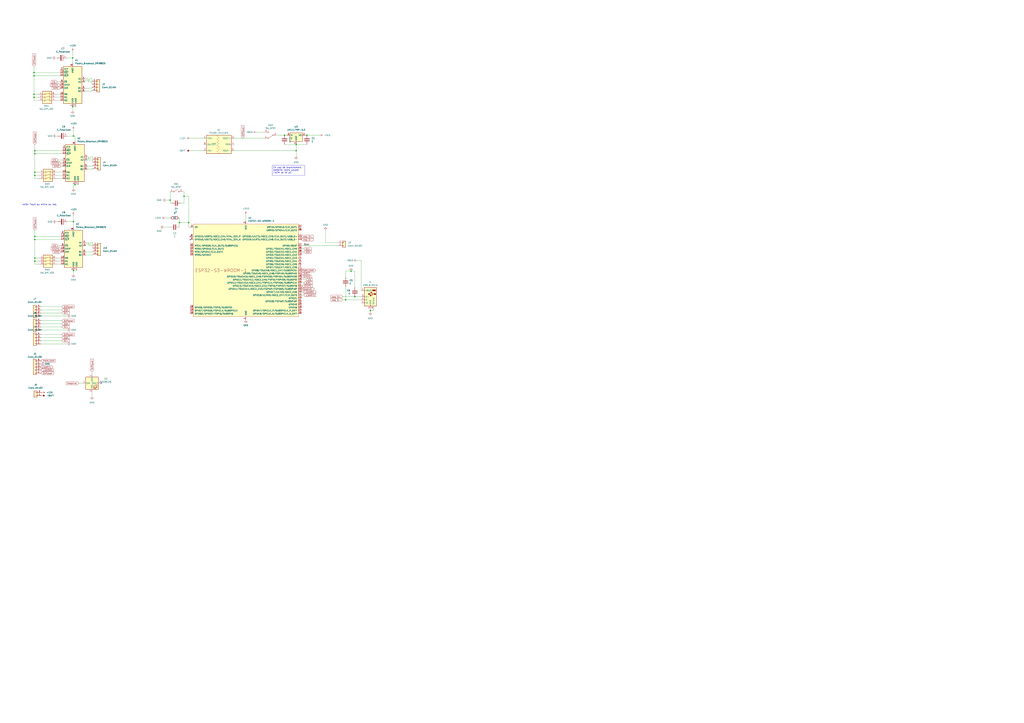
<source format=kicad_sch>
(kicad_sch (version 20230121) (generator eeschema)
  (paper "A1")
  (lib_symbols
    (symbol "Connector:USB_B_Micro" (pin_names (offset 1.016))
      (property "Reference" "J" (at -5.08 11.43 0))
      (property "Value" "USB_B_Micro" (at -5.08 8.89 0))
      (symbol "USB_B_Micro_0_1"
        (rectangle (start -5.08 -7.62) (end 5.08 7.62) (stroke (width 0.254)) (fill (type background)))
        (circle (center -3.81 2.159) (radius 0.635) (stroke (width 0.254)) (fill (type outline)))
        (circle (center -0.635 3.429) (radius 0.381) (stroke (width 0.254)) (fill (type outline)))
        (rectangle (start -0.127 -7.62) (end 0.127 -6.858))
        (polyline (pts (xy -1.905 2.159) (xy 0.635 2.159)) (stroke (width 0.254)))
        (polyline (pts (xy -3.175 2.159) (xy -2.54 2.159) (xy -1.27 3.429) (xy -0.635 3.429)) (stroke (width 0.254)))
        (polyline (pts (xy -2.54 2.159) (xy -1.905 2.159) (xy -1.27 0.889) (xy 0 0.889)) (stroke (width 0.254)))
        (polyline (pts (xy 0.635 2.794) (xy 0.635 1.524) (xy 1.905 2.159) (xy 0.635 2.794)) (stroke (width 0.254)) (fill (type outline)))
        (polyline (pts (xy -4.318 5.588) (xy -1.778 5.588) (xy -2.032 4.826) (xy -4.064 4.826) (xy -4.318 5.588)) (fill (type outline)))
        (polyline (pts (xy -4.699 5.842) (xy -4.699 5.588) (xy -4.445 4.826) (xy -4.445 4.572) (xy -1.651 4.572) (xy -1.651 4.826) (xy -1.397 5.588) (xy -1.397 5.842) (xy -4.699 5.842)))
        (rectangle (start 0.254 1.27) (end -0.508 0.508) (stroke (width 0.254)) (fill (type outline)))
        (rectangle (start 5.08 -5.207) (end 4.318 -4.953))
        (rectangle (start 5.08 -2.667) (end 4.318 -2.413))
        (rectangle (start 5.08 -0.127) (end 4.318 0.127))
        (rectangle (start 5.08 4.953) (end 4.318 5.207))
      )
      (symbol "USB_B_Micro_1_1"
        (pin power_out line (at 7.62 5.08 180) (length 2.54) (name "VBUS") (number "1"))
        (pin bidirectional line (at 7.62 -2.54 180) (length 2.54) (name "D-") (number "2"))
        (pin bidirectional line (at 7.62 0 180) (length 2.54) (name "D+") (number "3"))
        (pin passive line (at 7.62 -5.08 180) (length 2.54) (name "ID") (number "4"))
        (pin power_out line (at 0 -10.16 90) (length 2.54) (name "GND") (number "5"))
        (pin passive line (at -2.54 -10.16 90) (length 2.54) (name "Shield") (number "6"))
      )
    )
    (symbol "Connector_Generic:Conn_01x02" (pin_names (offset 1.016) hide)
      (property "Reference" "J" (at 0 2.54 0))
      (property "Value" "Conn_01x02" (at 0 -5.08 0))
      (symbol "Conn_01x02_1_1"
        (rectangle (start -1.27 -2.413) (end 0 -2.667) (stroke (width 0.1524)))
        (rectangle (start -1.27 0.127) (end 0 -0.127) (stroke (width 0.1524)))
        (rectangle (start -1.27 1.27) (end 1.27 -3.81) (stroke (width 0.254)) (fill (type background)))
        (pin passive line (at -5.08 0 0) (length 3.81) (name "Pin_1") (number "1"))
        (pin passive line (at -5.08 -2.54 0) (length 3.81) (name "Pin_2") (number "2"))
      )
    )
    (symbol "Connector_Generic:Conn_01x04" (pin_names (offset 1.016) hide)
      (property "Reference" "J" (at 0 5.08 0))
      (property "Value" "Conn_01x04" (at 0 -7.62 0))
      (symbol "Conn_01x04_1_1"
        (rectangle (start -1.27 -4.953) (end 0 -5.207) (stroke (width 0.1524)))
        (rectangle (start -1.27 -2.413) (end 0 -2.667) (stroke (width 0.1524)))
        (rectangle (start -1.27 0.127) (end 0 -0.127) (stroke (width 0.1524)))
        (rectangle (start -1.27 2.667) (end 0 2.413) (stroke (width 0.1524)))
        (rectangle (start -1.27 3.81) (end 1.27 -6.35) (stroke (width 0.254)) (fill (type background)))
        (pin passive line (at -5.08 2.54 0) (length 3.81) (name "Pin_1") (number "1"))
        (pin passive line (at -5.08 0 0) (length 3.81) (name "Pin_2") (number "2"))
        (pin passive line (at -5.08 -2.54 0) (length 3.81) (name "Pin_3") (number "3"))
        (pin passive line (at -5.08 -5.08 0) (length 3.81) (name "Pin_4") (number "4"))
      )
    )
    (symbol "Connector_Generic:Conn_01x05" (pin_names (offset 1.016) hide)
      (property "Reference" "J" (at 0 7.62 0))
      (property "Value" "Conn_01x05" (at 0 -7.62 0))
      (symbol "Conn_01x05_1_1"
        (rectangle (start -1.27 -4.953) (end 0 -5.207) (stroke (width 0.1524)))
        (rectangle (start -1.27 -2.413) (end 0 -2.667) (stroke (width 0.1524)))
        (rectangle (start -1.27 0.127) (end 0 -0.127) (stroke (width 0.1524)))
        (rectangle (start -1.27 2.667) (end 0 2.413) (stroke (width 0.1524)))
        (rectangle (start -1.27 5.207) (end 0 4.953) (stroke (width 0.1524)))
        (rectangle (start -1.27 6.35) (end 1.27 -6.35) (stroke (width 0.254)) (fill (type background)))
        (pin passive line (at -5.08 5.08 0) (length 3.81) (name "Pin_1") (number "1"))
        (pin passive line (at -5.08 2.54 0) (length 3.81) (name "Pin_2") (number "2"))
        (pin passive line (at -5.08 0 0) (length 3.81) (name "Pin_3") (number "3"))
        (pin passive line (at -5.08 -2.54 0) (length 3.81) (name "Pin_4") (number "4"))
        (pin passive line (at -5.08 -5.08 0) (length 3.81) (name "Pin_5") (number "5"))
      )
    )
    (symbol "Converter_DCDC:TEN20-2411WIN"
      (property "Reference" "U" (at -10.16 8.89 0))
      (property "Value" "TEN20-2411WIN" (at -3.81 8.89 0))
      (symbol "TEN20-2411WIN_0_1"
        (rectangle (start -10.16 7.62) (end 10.16 -7.62) (stroke (width 0.254)) (fill (type background)))
        (polyline (pts (xy -1.27 -5.08) (xy -1.27 -6.35)))
        (polyline (pts (xy -1.27 -2.54) (xy -1.27 -3.81)))
        (polyline (pts (xy -1.27 0) (xy -1.27 -1.27)))
        (polyline (pts (xy -1.27 2.54) (xy -1.27 1.27)))
        (polyline (pts (xy -1.27 5.08) (xy -1.27 3.81)))
        (polyline (pts (xy -1.27 7.62) (xy -1.27 6.35)))
        (polyline (pts (xy 0 -7.62) (xy 0 -6.35)))
        (polyline (pts (xy 0 -5.08) (xy 0 -3.81)))
        (polyline (pts (xy 0 -1.27) (xy 0 -2.54)))
        (polyline (pts (xy 0 0) (xy 0 1.27)))
        (polyline (pts (xy 0 2.54) (xy 0 3.81)))
        (polyline (pts (xy 0 5.08) (xy 0 6.35)))
      )
      (symbol "TEN20-2411WIN_1_1"
        (pin power_in line (at -12.7 5.08 0) (length 2.54) (name "VIN+") (number "1"))
        (pin power_in line (at -12.7 -5.08 0) (length 2.54) (name "VIN-") (number "2"))
        (pin power_out line (at 12.7 5.08 180) (length 2.54) (name "VOUT+") (number "3"))
        (pin passive line (at 12.7 0 180) (length 2.54) (name "TRIM") (number "4"))
        (pin power_out line (at 12.7 -5.08 180) (length 2.54) (name "VOUT-") (number "5"))
        (pin input line (at -12.7 0 0) (length 2.54) (name "ON/~{OFF}") (number "6"))
      )
    )
    (symbol "Device:C" (pin_numbers hide) (pin_names (offset 0.254))
      (property "Reference" "C" (at 0.635 2.54 0))
      (property "Value" "C" (at 0.635 -2.54 0))
      (symbol "C_0_1"
        (polyline (pts (xy -2.032 -0.762) (xy 2.032 -0.762)) (stroke (width 0.508)))
        (polyline (pts (xy -2.032 0.762) (xy 2.032 0.762)) (stroke (width 0.508)))
      )
      (symbol "C_1_1"
        (pin passive line (at 0 3.81 270) (length 2.794) (name "~") (number "1"))
        (pin passive line (at 0 -3.81 90) (length 2.794) (name "~") (number "2"))
      )
    )
    (symbol "Device:C_Polarized" (pin_numbers hide) (pin_names (offset 0.254))
      (property "Reference" "C" (at 0.635 2.54 0))
      (property "Value" "C_Polarized" (at 0.635 -2.54 0))
      (symbol "C_Polarized_0_1"
        (rectangle (start -2.286 0.508) (end 2.286 1.016))
        (polyline (pts (xy -1.778 2.286) (xy -0.762 2.286)))
        (polyline (pts (xy -1.27 2.794) (xy -1.27 1.778)))
        (rectangle (start 2.286 -0.508) (end -2.286 -1.016) (fill (type outline)))
      )
      (symbol "C_Polarized_1_1"
        (pin passive line (at 0 3.81 270) (length 2.794) (name "~") (number "1"))
        (pin passive line (at 0 -3.81 90) (length 2.794) (name "~") (number "2"))
      )
    )
    (symbol "Device:R" (pin_numbers hide) (pin_names (offset 0))
      (property "Reference" "R" (at 2.032 0 90))
      (property "Value" "R" (at 0 0 90))
      (symbol "R_0_1"
        (rectangle (start -1.016 -2.54) (end 1.016 2.54) (stroke (width 0.254)))
      )
      (symbol "R_1_1"
        (pin passive line (at 0 3.81 270) (length 1.27) (name "~") (number "1"))
        (pin passive line (at 0 -3.81 90) (length 1.27) (name "~") (number "2"))
      )
    )
    (symbol "Driver_Motor:Pololu_Breakout_DRV8825"
      (property "Reference" "A" (at -2.54 16.51 0))
      (property "Value" "Pololu_Breakout_DRV8825" (at -2.54 13.97 0))
      (symbol "Pololu_Breakout_DRV8825_0_1"
        (rectangle (start 7.62 -17.78) (end -7.62 12.7) (stroke (width 0.254)) (fill (type background)))
      )
      (symbol "Pololu_Breakout_DRV8825_1_1"
        (pin power_in line (at 0 -20.32 90) (length 2.54) (name "GND") (number "1"))
        (pin input line (at -10.16 -10.16 0) (length 2.54) (name "M0") (number "10"))
        (pin input line (at -10.16 -12.7 0) (length 2.54) (name "M1") (number "11"))
        (pin input line (at -10.16 -15.24 0) (length 2.54) (name "M2") (number "12"))
        (pin input line (at -10.16 7.62 0) (length 2.54) (name "~{RST}") (number "13"))
        (pin input line (at -10.16 5.08 0) (length 2.54) (name "~{SLP}") (number "14"))
        (pin input line (at -10.16 -2.54 0) (length 2.54) (name "STEP") (number "15"))
        (pin input line (at -10.16 -5.08 0) (length 2.54) (name "DIR") (number "16"))
        (pin output line (at -10.16 10.16 0) (length 2.54) (name "~{FLT}") (number "2"))
        (pin output line (at 10.16 0 180) (length 2.54) (name "A2") (number "3"))
        (pin output line (at 10.16 2.54 180) (length 2.54) (name "A1") (number "4"))
        (pin output line (at 10.16 -5.08 180) (length 2.54) (name "B1") (number "5"))
        (pin output line (at 10.16 -7.62 180) (length 2.54) (name "B2") (number "6"))
        (pin power_in line (at 2.54 -20.32 90) (length 2.54) (name "GND") (number "7"))
        (pin power_in line (at 0 15.24 270) (length 2.54) (name "VMOT") (number "8"))
        (pin input line (at -10.16 0 0) (length 2.54) (name "~{EN}") (number "9"))
      )
    )
    (symbol "ESP32:ESP32-S3-WROOM-1" (pin_names (offset 1.016))
      (property "Reference" "U" (at -43.18 43.18 0))
      (property "Value" "ESP32-S3-WROOM-1" (at -43.18 40.64 0))
      (symbol "ESP32-S3-WROOM-1_0_0"
        (text "ESP32-S3-WROOM-1" (at -20.32 0 0) (effects (font (size 2.54 2.54))))
        (pin power_in line (at 0 -40.64 90) (length 2.54) (name "GND") (number "1"))
        (pin bidirectional line (at 45.72 -17.78 180) (length 2.54) (name "GPIO17/U1TXD/ADC2_CH6") (number "10"))
        (pin bidirectional line (at 45.72 -20.32 180) (length 2.54) (name "GPIO18/U1RXD/ADC2_CH7/CLK_OUT3") (number "11"))
        (pin bidirectional line (at 45.72 0 180) (length 2.54) (name "GPIO8/TOUCH8/ADC1_CH7/SUBSPICS1") (number "12"))
        (pin bidirectional line (at 45.72 25.4 180) (length 2.54) (name "GPIO19/U1RTS/ADC2_CH8/CLK_OUT2/USB_D-") (number "13"))
        (pin bidirectional line (at 45.72 27.94 180) (length 2.54) (name "GPIO20/U1CTS/ADC2_CH9/CLK_OUT1/USB_D+") (number "14"))
        (pin bidirectional line (at 45.72 12.7 180) (length 2.54) (name "GPIO3/TOUCH3/ADC1_CH2") (number "15"))
        (pin bidirectional line (at 45.72 -30.48 180) (length 2.54) (name "GPIO46") (number "16"))
        (pin bidirectional line (at 45.72 -2.54 180) (length 2.54) (name "GPIO9/TOUCH9/ADC1_CH8/FSPIHD/SUBSPIHD") (number "17"))
        (pin bidirectional line (at 45.72 -5.08 180) (length 2.54) (name "GPIO10/TOUCH10/ADC1_CH9/FSPICS0/FSPIIO4/SUBSPICS0") (number "18"))
        (pin bidirectional line (at 45.72 -7.62 180) (length 2.54) (name "GPIO11/TOUCH11/ADC2_CH0/FSPID/FSPIIO5/SUBSPID") (number "19"))
        (pin power_in line (at 0 40.64 270) (length 2.54) (name "3V3") (number "2"))
        (pin bidirectional line (at 45.72 -10.16 180) (length 2.54) (name "GPIO12/TOUCH12/ADC2_CH1/FSPICLK/FSPIIO6/SUBSPICLK") (number "20"))
        (pin bidirectional line (at 45.72 -12.7 180) (length 2.54) (name "GPIO13/TOUCH13/ADC2_CH2/FSPIQ/FSPIIO7/SUBSPIQ") (number "21"))
        (pin bidirectional line (at 45.72 -15.24 180) (length 2.54) (name "GPIO14/TOUCH14/ADC2_CH3/FSPIWP/FSPIDQS/SUBSPIWP") (number "22"))
        (pin bidirectional line (at 45.72 -22.86 180) (length 2.54) (name "GPIO21") (number "23"))
        (pin bidirectional line (at 45.72 -33.02 180) (length 2.54) (name "GPIO47/SPICLK_P/SUBSPICLK_P_DIFF") (number "24"))
        (pin bidirectional line (at 45.72 -35.56 180) (length 2.54) (name "GPIO48/SPICLK_N/SUBSPICLK_N_DIFF") (number "25"))
        (pin bidirectional line (at 45.72 -27.94 180) (length 2.54) (name "GPIO45") (number "26"))
        (pin bidirectional line (at 45.72 20.32 180) (length 2.54) (name "GPIO0/BOOT") (number "27"))
        (pin bidirectional line (at -45.72 -30.48 0) (length 2.54) (name "SPIIO6/GPIO35/FSPID/SUBSPID") (number "28"))
        (pin bidirectional line (at -45.72 -33.02 0) (length 2.54) (name "SPIIO7/GPIO36/FSPICLK/SUBSPICLK") (number "29"))
        (pin input line (at -45.72 35.56 0) (length 2.54) (name "EN") (number "3"))
        (pin bidirectional line (at -45.72 -35.56 0) (length 2.54) (name "SPIDQS/GPIO37/FSPIQ/SUBSPIQ") (number "30"))
        (pin bidirectional line (at 45.72 -25.4 180) (length 2.54) (name "GPIO38/FSPIWP/SUBSPIWP") (number "31"))
        (pin bidirectional line (at -45.72 20.32 0) (length 2.54) (name "MTCK/GPIO39/CLK_OUT3/SUBSPICS1") (number "32"))
        (pin bidirectional line (at -45.72 17.78 0) (length 2.54) (name "MTDO/GPIO40/CLK_OUT2") (number "33"))
        (pin bidirectional line (at -45.72 15.24 0) (length 2.54) (name "MTDI/GPIO41/CLK_OUT1") (number "34"))
        (pin bidirectional line (at -45.72 12.7 0) (length 2.54) (name "MTMS/GPIO42") (number "35"))
        (pin bidirectional line (at 45.72 33.02 180) (length 2.54) (name "U0RXD/GPIO44/CLK_OUT2") (number "36"))
        (pin bidirectional line (at 45.72 35.56 180) (length 2.54) (name "U0TXD/GPIO43/CLK_OUT1") (number "37"))
        (pin bidirectional line (at 45.72 15.24 180) (length 2.54) (name "GPIO2/TOUCH2/ADC1_CH1") (number "38"))
        (pin bidirectional line (at 45.72 17.78 180) (length 2.54) (name "GPIO1/TOUCH1/ADC1_CH0") (number "39"))
        (pin bidirectional line (at 45.72 10.16 180) (length 2.54) (name "GPIO4/TOUCH4/ADC1_CH3") (number "4"))
        (pin passive line (at 0 -40.64 90) (length 2.54) hide (name "GND") (number "40"))
        (pin passive line (at 0 -40.64 90) (length 2.54) hide (name "GND") (number "41"))
        (pin bidirectional line (at 45.72 7.62 180) (length 2.54) (name "GPIO5/TOUCH5/ADC1_CH4") (number "5"))
        (pin bidirectional line (at 45.72 5.08 180) (length 2.54) (name "GPIO6/TOUCH6/ADC1_CH5") (number "6"))
        (pin bidirectional line (at 45.72 2.54 180) (length 2.54) (name "GPIO7/TOUCH7/ADC1_CH6") (number "7"))
        (pin bidirectional line (at -45.72 27.94 0) (length 2.54) (name "GPIO15/U0RTS/ADC2_CH4/XTAL_32K_P") (number "8"))
        (pin bidirectional line (at -45.72 25.4 0) (length 2.54) (name "GPIO16/U0CTS/ADC2_CH5/XTAL_32K_N") (number "9"))
      )
      (symbol "ESP32-S3-WROOM-1_0_1"
        (rectangle (start -43.18 38.1) (end 43.18 -38.1) (fill (type background)))
      )
    )
    (symbol "LED:WS2812B" (pin_names (offset 0.254))
      (property "Reference" "D" (at 5.08 5.715 0))
      (property "Value" "WS2812B" (at 1.27 -5.715 0))
      (symbol "WS2812B_0_0"
        (text "RGB" (at 2.286 -4.191 0) (effects (font (size 0.762 0.762))))
      )
      (symbol "WS2812B_0_1"
        (polyline (pts (xy 1.27 -3.556) (xy 1.778 -3.556)))
        (polyline (pts (xy 1.27 -2.54) (xy 1.778 -2.54)))
        (polyline (pts (xy 4.699 -3.556) (xy 2.667 -3.556)))
        (polyline (pts (xy 2.286 -2.54) (xy 1.27 -3.556) (xy 1.27 -3.048)))
        (polyline (pts (xy 2.286 -1.524) (xy 1.27 -2.54) (xy 1.27 -2.032)))
        (polyline (pts (xy 3.683 -1.016) (xy 3.683 -3.556) (xy 3.683 -4.064)))
        (polyline (pts (xy 4.699 -1.524) (xy 2.667 -1.524) (xy 3.683 -3.556) (xy 4.699 -1.524)))
        (rectangle (start 5.08 5.08) (end -5.08 -5.08) (stroke (width 0.254)) (fill (type background)))
      )
      (symbol "WS2812B_1_1"
        (pin power_in line (at 0 7.62 270) (length 2.54) (name "VDD") (number "1"))
        (pin output line (at 7.62 0 180) (length 2.54) (name "DOUT") (number "2"))
        (pin power_in line (at 0 -7.62 90) (length 2.54) (name "VSS") (number "3"))
        (pin input line (at -7.62 0 0) (length 2.54) (name "DIN") (number "4"))
      )
    )
    (symbol "Regulator_Linear:LM1117MP-3.3"
      (property "Reference" "U" (at -3.81 3.175 0))
      (property "Value" "LM1117MP-3.3" (at 0 3.175 0))
      (symbol "LM1117MP-3.3_0_1"
        (rectangle (start -5.08 -5.08) (end 5.08 1.905) (stroke (width 0.254)) (fill (type background)))
      )
      (symbol "LM1117MP-3.3_1_1"
        (pin power_in line (at 0 -7.62 90) (length 2.54) (name "GND") (number "1"))
        (pin power_out line (at 7.62 0 180) (length 2.54) (name "VO") (number "2"))
        (pin power_in line (at -7.62 0 0) (length 2.54) (name "VI") (number "3"))
      )
    )
    (symbol "Switch:SW_DIP_x03" (pin_names (offset 0) hide)
      (property "Reference" "SW" (at 0 8.89 0))
      (property "Value" "SW_DIP_x03" (at 0 -3.81 0))
      (symbol "SW_DIP_x03_0_0"
        (circle (center -2.032 0) (radius 0.508))
        (circle (center -2.032 2.54) (radius 0.508))
        (circle (center -2.032 5.08) (radius 0.508))
        (polyline (pts (xy -1.524 0.127) (xy 2.3622 1.1684)))
        (polyline (pts (xy -1.524 2.667) (xy 2.3622 3.7084)))
        (polyline (pts (xy -1.524 5.207) (xy 2.3622 6.2484)))
        (circle (center 2.032 0) (radius 0.508))
        (circle (center 2.032 2.54) (radius 0.508))
        (circle (center 2.032 5.08) (radius 0.508))
      )
      (symbol "SW_DIP_x03_0_1"
        (rectangle (start -3.81 7.62) (end 3.81 -2.54) (stroke (width 0.254)) (fill (type background)))
      )
      (symbol "SW_DIP_x03_1_1"
        (pin passive line (at -7.62 5.08 0) (length 5.08) (name "~") (number "1"))
        (pin passive line (at -7.62 2.54 0) (length 5.08) (name "~") (number "2"))
        (pin passive line (at -7.62 0 0) (length 5.08) (name "~") (number "3"))
        (pin passive line (at 7.62 0 180) (length 5.08) (name "~") (number "4"))
        (pin passive line (at 7.62 2.54 180) (length 5.08) (name "~") (number "5"))
        (pin passive line (at 7.62 5.08 180) (length 5.08) (name "~") (number "6"))
      )
    )
    (symbol "Switch:SW_SPDT" (pin_names (offset 0) hide)
      (property "Reference" "SW" (at 0 4.318 0))
      (property "Value" "SW_SPDT" (at 0 -5.08 0))
      (symbol "SW_SPDT_0_0"
        (circle (center -2.032 0) (radius 0.508))
        (circle (center 2.032 -2.54) (radius 0.508))
      )
      (symbol "SW_SPDT_0_1"
        (polyline (pts (xy -1.524 0.254) (xy 1.651 2.286)))
        (circle (center 2.032 2.54) (radius 0.508))
      )
      (symbol "SW_SPDT_1_1"
        (pin passive line (at 5.08 2.54 180) (length 2.54) (name "A") (number "1"))
        (pin passive line (at -5.08 0 0) (length 2.54) (name "B") (number "2"))
        (pin passive line (at 5.08 -2.54 180) (length 2.54) (name "C") (number "3"))
      )
    )
    (symbol "Switch:SW_SPST" (pin_names (offset 0) hide)
      (property "Reference" "SW" (at 0 3.175 0))
      (property "Value" "SW_SPST" (at 0 -2.54 0))
      (symbol "SW_SPST_0_0"
        (circle (center -2.032 0) (radius 0.508))
        (polyline (pts (xy -1.524 0.254) (xy 1.524 1.778)))
        (circle (center 2.032 0) (radius 0.508))
      )
      (symbol "SW_SPST_1_1"
        (pin passive line (at -5.08 0 0) (length 2.54) (name "A") (number "1"))
        (pin passive line (at 5.08 0 180) (length 2.54) (name "B") (number "2"))
      )
    )
    (symbol "power:+12V" (power) (pin_names (offset 0))
      (property "Value" "+12V" (at 0 3.556 0))
      (symbol "+12V_0_1"
        (polyline (pts (xy -0.762 1.27) (xy 0 2.54)))
        (polyline (pts (xy 0 0) (xy 0 2.54)))
        (polyline (pts (xy 0 2.54) (xy 0.762 1.27)))
      )
      (symbol "+12V_1_1"
        (pin power_in line (at 0 0 90) (length 0) hide (name "+12V") (number "1"))
      )
    )
    (symbol "power:+3V3" (power) (pin_names (offset 0))
      (property "Value" "+3V3" (at 0 3.556 0))
      (symbol "+3V3_0_1"
        (polyline (pts (xy -0.762 1.27) (xy 0 2.54)))
        (polyline (pts (xy 0 0) (xy 0 2.54)))
        (polyline (pts (xy 0 2.54) (xy 0.762 1.27)))
      )
      (symbol "+3V3_1_1"
        (pin power_in line (at 0 0 90) (length 0) hide (name "+3V3") (number "1"))
      )
    )
    (symbol "power:-BATT" (power) (pin_names (offset 0))
      (property "Value" "-BATT" (at 0 3.556 0))
      (symbol "-BATT_0_1"
        (polyline (pts (xy 0 0) (xy 0 2.54)))
        (polyline (pts (xy 0.762 1.27) (xy -0.762 1.27) (xy 0 2.54) (xy 0.762 1.27)) (fill (type outline)))
      )
      (symbol "-BATT_1_1"
        (pin power_in line (at 0 0 90) (length 0) hide (name "-BATT") (number "1"))
      )
    )
    (symbol "power:GND" (power) (pin_names (offset 0))
      (property "Value" "GND" (at 0 -3.81 0))
      (symbol "GND_0_1"
        (polyline (pts (xy 0 0) (xy 0 -1.27) (xy 1.27 -1.27) (xy 0 -2.54) (xy -1.27 -1.27) (xy 0 -1.27)))
      )
      (symbol "GND_1_1"
        (pin power_in line (at 0 0 270) (length 0) hide (name "GND") (number "1"))
      )
    )
    (symbol "power:VBUS" (power) (pin_names (offset 0))
      (property "Value" "VBUS" (at 0 3.81 0))
      (symbol "VBUS_0_1"
        (polyline (pts (xy -0.762 1.27) (xy 0 2.54)))
        (polyline (pts (xy 0 0) (xy 0 2.54)))
        (polyline (pts (xy 0 2.54) (xy 0.762 1.27)))
      )
      (symbol "VBUS_1_1"
        (pin power_in line (at 0 0 90) (length 0) hide (name "VBUS") (number "1"))
      )
    )
  )
  (junction (at 28.575 126.365))
  (junction (at 28.575 194.31))
  (junction (at 60.325 182.245))
  (junction (at 60.325 111.76))
  (junction (at 233.68 111.125))
  (junction (at 283.845 246.38))
  (junction (at 28.575 141.605))
  (junction (at 291.465 243.84))
  (junction (at 27.94 80.01))
  (junction (at 147.32 182.88))
  (junction (at 28.575 144.145))
  (junction (at 243.205 118.745))
  (junction (at 28.575 123.825))
  (junction (at 61.595 151.765))
  (junction (at 59.69 87.63))
  (junction (at 28.575 196.85))
  (junction (at 27.94 62.23))
  (junction (at 60.325 222.25))
  (junction (at 288.29 222.885))
  (junction (at 28.575 212.09))
  (junction (at 27.94 77.47))
  (junction (at 252.095 111.125))
  (junction (at 154.94 182.88))
  (junction (at 28.575 214.63))
  (junction (at 139.7 164.465))
  (junction (at 304.165 255.27))
  (junction (at 151.13 161.29))
  (junction (at 243.205 123.825))
  (junction (at 27.94 59.69))
  (junction (at 59.69 47.625))
  (no_connect (at 156.21 194.31))
  (no_connect (at 83.185 314.96))
  (no_connect (at 156.21 196.85))
  (wire (pts (xy 27.94 62.23) (xy 27.94 77.47)))
  (wire (pts (xy 55.245 182.245) (xy 60.325 182.245)))
  (wire (pts (xy 51.435 136.525) (xy 50.165 136.525)))
  (wire (pts (xy 47.625 131.445) (xy 51.435 131.445)))
  (wire (pts (xy 74.295 199.39) (xy 74.295 200.66)))
  (wire (pts (xy 248.285 234.95) (xy 247.65 234.95)))
  (wire (pts (xy 27.94 54.61) (xy 27.94 59.69)))
  (wire (pts (xy 243.205 123.825) (xy 243.205 118.745)))
  (wire (pts (xy 296.545 213.995) (xy 293.37 213.995)))
  (wire (pts (xy 33.655 263.525) (xy 50.8 263.525)))
  (wire (pts (xy 54.61 47.625) (xy 59.69 47.625)))
  (wire (pts (xy 27.94 77.47) (xy 27.94 80.01)))
  (wire (pts (xy 27.94 80.01) (xy 27.94 82.55)))
  (wire (pts (xy 51.435 133.985) (xy 50.165 133.985)))
  (wire (pts (xy 46.99 141.605) (xy 51.435 141.605)))
  (wire (pts (xy 33.655 277.495) (xy 50.8 277.495)))
  (wire (pts (xy 156.21 123.825) (xy 167.005 123.825)))
  (wire (pts (xy 71.755 139.065) (xy 76.2 139.065)))
  (wire (pts (xy 46.99 212.09) (xy 50.165 212.09)))
  (wire (pts (xy 156.21 113.665) (xy 167.005 113.665)))
  (wire (pts (xy 201.93 176.53) (xy 201.93 181.61)))
  (wire (pts (xy 296.545 238.76) (xy 296.545 213.995)))
  (wire (pts (xy 233.68 111.125) (xy 235.585 111.125)))
  (wire (pts (xy 60.325 106.68) (xy 60.325 111.76)))
  (wire (pts (xy 28.575 144.145) (xy 31.75 144.145)))
  (wire (pts (xy 76.2 128.905) (xy 74.295 128.905)))
  (wire (pts (xy 291.465 222.885) (xy 288.29 222.885)))
  (wire (pts (xy 28.575 196.85) (xy 50.165 196.85)))
  (wire (pts (xy 267.335 189.23) (xy 267.335 199.39)))
  (wire (pts (xy 154.94 186.69) (xy 156.21 186.69)))
  (wire (pts (xy 306.705 254) (xy 306.705 255.27)))
  (wire (pts (xy 75.565 67.31) (xy 72.39 67.31)))
  (wire (pts (xy 249.555 232.41) (xy 247.65 232.41)))
  (wire (pts (xy 76.2 139.065) (xy 76.2 138.43)))
  (wire (pts (xy 281.305 243.84) (xy 291.465 243.84)))
  (wire (pts (xy 55.245 111.76) (xy 60.325 111.76)))
  (wire (pts (xy 28.575 144.145) (xy 28.575 146.685)))
  (wire (pts (xy 151.13 157.48) (xy 149.86 157.48)))
  (wire (pts (xy 28.575 214.63) (xy 28.575 217.17)))
  (wire (pts (xy 71.755 136.525) (xy 76.2 136.525)))
  (wire (pts (xy 59.69 47.625) (xy 59.69 52.07)))
  (wire (pts (xy 147.32 179.07) (xy 147.32 182.88)))
  (wire (pts (xy 28.575 212.09) (xy 31.75 212.09)))
  (wire (pts (xy 291.465 236.22) (xy 291.465 222.885)))
  (wire (pts (xy 46.355 182.245) (xy 47.625 182.245)))
  (wire (pts (xy 70.485 200.66) (xy 70.485 201.93)))
  (wire (pts (xy 74.295 200.66) (xy 70.485 200.66)))
  (wire (pts (xy 304.165 255.27) (xy 304.165 254)))
  (wire (pts (xy 69.85 66.04) (xy 69.85 67.31)))
  (wire (pts (xy 283.845 235.585) (xy 283.845 246.38)))
  (wire (pts (xy 28.575 141.605) (xy 28.575 144.145)))
  (wire (pts (xy 75.565 305.435) (xy 75.565 307.34)))
  (wire (pts (xy 33.655 252.095) (xy 50.8 252.095)))
  (wire (pts (xy 151.13 157.48) (xy 151.13 161.29)))
  (wire (pts (xy 60.325 154.94) (xy 60.325 151.765)))
  (wire (pts (xy 33.655 274.955) (xy 50.8 274.955)))
  (wire (pts (xy 243.205 128.27) (xy 243.205 123.825)))
  (wire (pts (xy 75.565 67.31) (xy 75.565 69.215)))
  (wire (pts (xy 70.485 209.55) (xy 76.2 209.55)))
  (wire (pts (xy 27.94 59.69) (xy 27.94 62.23)))
  (wire (pts (xy 73.025 199.39) (xy 70.485 199.39)))
  (wire (pts (xy 28.575 118.745) (xy 28.575 123.825)))
  (wire (pts (xy 249.555 240.03) (xy 247.65 240.03)))
  (wire (pts (xy 249.555 204.47) (xy 247.65 204.47)))
  (wire (pts (xy 71.755 130.175) (xy 71.755 131.445)))
  (wire (pts (xy 154.94 182.88) (xy 154.94 186.69)))
  (wire (pts (xy 28.575 123.825) (xy 51.435 123.825)))
  (wire (pts (xy 33.655 254.635) (xy 50.8 254.635)))
  (wire (pts (xy 139.7 167.005) (xy 139.7 164.465)))
  (wire (pts (xy 27.94 82.55) (xy 31.115 82.55)))
  (wire (pts (xy 72.39 67.31) (xy 72.39 64.77)))
  (wire (pts (xy 147.32 182.88) (xy 154.94 182.88)))
  (wire (pts (xy 251.46 229.87) (xy 247.65 229.87)))
  (wire (pts (xy 281.305 246.38) (xy 283.845 246.38)))
  (wire (pts (xy 61.595 151.765) (xy 60.325 151.765)))
  (wire (pts (xy 283.845 222.885) (xy 288.29 222.885)))
  (wire (pts (xy 154.94 161.29) (xy 154.94 182.88)))
  (wire (pts (xy 46.355 82.55) (xy 49.53 82.55)))
  (wire (pts (xy 28.575 196.85) (xy 28.575 212.09)))
  (wire (pts (xy 73.66 64.77) (xy 73.66 66.04)))
  (wire (pts (xy 28.575 217.17) (xy 31.75 217.17)))
  (wire (pts (xy 69.85 72.39) (xy 75.565 72.39)))
  (wire (pts (xy 28.575 123.825) (xy 28.575 126.365)))
  (wire (pts (xy 75.565 64.77) (xy 73.66 64.77)))
  (wire (pts (xy 64.77 314.96) (xy 67.945 314.96)))
  (wire (pts (xy 76.2 199.39) (xy 74.295 199.39)))
  (wire (pts (xy 73.66 66.04) (xy 69.85 66.04)))
  (wire (pts (xy 46.355 80.01) (xy 49.53 80.01)))
  (wire (pts (xy 60.325 225.425) (xy 60.325 222.25)))
  (wire (pts (xy 74.295 130.175) (xy 71.755 130.175)))
  (wire (pts (xy 73.025 201.93) (xy 73.025 199.39)))
  (wire (pts (xy 250.825 111.125) (xy 252.095 111.125)))
  (wire (pts (xy 69.85 74.93) (xy 75.565 74.93)))
  (wire (pts (xy 154.94 161.29) (xy 151.13 161.29)))
  (wire (pts (xy 192.405 113.665) (xy 217.17 113.665)))
  (wire (pts (xy 46.355 111.76) (xy 47.625 111.76)))
  (wire (pts (xy 76.2 209.55) (xy 76.2 208.915)))
  (wire (pts (xy 27.94 59.69) (xy 49.53 59.69)))
  (wire (pts (xy 134.62 186.69) (xy 139.7 186.69)))
  (wire (pts (xy 147.32 186.69) (xy 147.32 182.88)))
  (wire (pts (xy 27.94 80.01) (xy 31.115 80.01)))
  (wire (pts (xy 73.025 131.445) (xy 73.025 128.905)))
  (wire (pts (xy 47.625 201.93) (xy 50.165 201.93)))
  (wire (pts (xy 151.13 167.005) (xy 148.59 167.005)))
  (wire (pts (xy 46.99 67.31) (xy 49.53 67.31)))
  (wire (pts (xy 28.575 194.31) (xy 28.575 196.85)))
  (wire (pts (xy 55.245 271.145) (xy 33.655 271.145)))
  (wire (pts (xy 28.575 189.23) (xy 28.575 194.31)))
  (wire (pts (xy 75.565 72.39) (xy 75.565 71.755)))
  (wire (pts (xy 55.245 259.715) (xy 33.655 259.715)))
  (wire (pts (xy 28.575 214.63) (xy 31.75 214.63)))
  (wire (pts (xy 136.525 164.465) (xy 139.7 164.465)))
  (wire (pts (xy 233.68 118.745) (xy 243.205 118.745)))
  (wire (pts (xy 227.33 111.125) (xy 233.68 111.125)))
  (wire (pts (xy 304.165 256.54) (xy 304.165 255.27)))
  (wire (pts (xy 75.565 74.93) (xy 75.565 74.295)))
  (wire (pts (xy 267.335 199.39) (xy 277.495 199.39)))
  (wire (pts (xy 27.94 62.23) (xy 49.53 62.23)))
  (wire (pts (xy 46.355 77.47) (xy 49.53 77.47)))
  (wire (pts (xy 283.845 246.38) (xy 296.545 246.38)))
  (wire (pts (xy 306.705 255.27) (xy 304.165 255.27)))
  (wire (pts (xy 249.555 242.57) (xy 247.65 242.57)))
  (wire (pts (xy 140.97 167.005) (xy 139.7 167.005)))
  (wire (pts (xy 76.2 201.93) (xy 73.025 201.93)))
  (wire (pts (xy 28.575 126.365) (xy 51.435 126.365)))
  (wire (pts (xy 28.575 146.685) (xy 31.75 146.685)))
  (wire (pts (xy 135.89 179.07) (xy 139.7 179.07)))
  (wire (pts (xy 210.82 108.585) (xy 217.17 108.585)))
  (wire (pts (xy 59.69 87.63) (xy 62.23 87.63)))
  (wire (pts (xy 33.655 268.605) (xy 50.8 268.605)))
  (wire (pts (xy 252.095 111.125) (xy 262.255 111.125)))
  (wire (pts (xy 76.2 131.445) (xy 73.025 131.445)))
  (wire (pts (xy 27.94 77.47) (xy 31.115 77.47)))
  (wire (pts (xy 33.655 257.175) (xy 50.8 257.175)))
  (wire (pts (xy 76.2 201.93) (xy 76.2 203.835)))
  (wire (pts (xy 76.2 131.445) (xy 76.2 133.35)))
  (wire (pts (xy 28.575 126.365) (xy 28.575 141.605)))
  (wire (pts (xy 283.845 227.965) (xy 283.845 222.885)))
  (wire (pts (xy 74.295 128.905) (xy 74.295 130.175)))
  (wire (pts (xy 252.095 118.745) (xy 243.205 118.745)))
  (wire (pts (xy 60.325 177.165) (xy 60.325 182.245)))
  (wire (pts (xy 33.655 280.035) (xy 50.8 280.035)))
  (wire (pts (xy 28.575 212.09) (xy 28.575 214.63)))
  (wire (pts (xy 192.405 123.825) (xy 243.205 123.825)))
  (wire (pts (xy 60.325 182.245) (xy 60.325 186.69)))
  (wire (pts (xy 28.575 194.31) (xy 50.165 194.31)))
  (wire (pts (xy 76.2 199.39) (xy 76.2 201.295)))
  (wire (pts (xy 75.565 325.755) (xy 75.565 322.58)))
  (wire (pts (xy 60.325 222.25) (xy 62.865 222.25)))
  (wire (pts (xy 46.99 217.17) (xy 50.165 217.17)))
  (wire (pts (xy 76.2 207.01) (xy 76.2 206.375)))
  (wire (pts (xy 291.465 243.84) (xy 296.545 243.84)))
  (wire (pts (xy 61.595 111.76) (xy 60.325 111.76)))
  (wire (pts (xy 33.655 266.065) (xy 50.8 266.065)))
  (wire (pts (xy 247.65 207.01) (xy 249.555 207.01)))
  (wire (pts (xy 28.575 141.605) (xy 31.75 141.605)))
  (wire (pts (xy 76.2 128.905) (xy 76.2 130.81)))
  (wire (pts (xy 151.13 161.29) (xy 151.13 167.005)))
  (wire (pts (xy 73.025 128.905) (xy 71.755 128.905)))
  (wire (pts (xy 75.565 64.77) (xy 75.565 66.675)))
  (wire (pts (xy 61.595 151.765) (xy 64.135 151.765)))
  (wire (pts (xy 45.72 47.625) (xy 46.99 47.625)))
  (wire (pts (xy 59.69 42.545) (xy 59.69 47.625)))
  (wire (pts (xy 59.69 90.805) (xy 59.69 87.63)))
  (wire (pts (xy 76.2 136.525) (xy 76.2 135.89)))
  (wire (pts (xy 72.39 64.77) (xy 69.85 64.77)))
  (wire (pts (xy 55.245 282.575) (xy 33.655 282.575)))
  (wire (pts (xy 46.99 146.685) (xy 51.435 146.685)))
  (wire (pts (xy 247.65 201.93) (xy 277.495 201.93)))
  (wire (pts (xy 61.595 111.76) (xy 61.595 116.205)))
  (wire (pts (xy 46.99 144.145) (xy 51.435 144.145)))
  (wire (pts (xy 139.7 164.465) (xy 139.7 157.48)))
  (wire (pts (xy 46.99 214.63) (xy 50.165 214.63)))
  (wire (pts (xy 70.485 207.01) (xy 76.2 207.01)))
  (text_box "En cas de branchement batterie, alors couper l'alim pc et µC\n" (at 223.52 135.89 0) (size 26.67 8.255) (effects (font (size 1.27 1.27)) (justify left top)))
  (text "relier Fault au micro ou led." (at 18.415 168.91 0) (effects (font (size 1.27 1.27)) (justify left bottom)))
  (label "Boot" (at 249.555 201.93 0))
  (global_label "5VPower" (shape input) (at 50.8 263.525 0) (property "Intersheetrefs" "${INTERSHEET_REFS}" (effects hide)))
  (global_label "PWMLIDAR" (shape output) (at 247.65 222.25 0) (property "Intersheetrefs" "${INTERSHEET_REFS}" (effects hide)))
  (global_label "Neopixel" (shape input) (at 64.77 314.96 180) (property "Intersheetrefs" "${INTERSHEET_REFS}" (effects hide)))
  (global_label "DIR1" (shape input) (at 249.555 232.41 0) (property "Intersheetrefs" "${INTERSHEET_REFS}" (effects hide)))
  (global_label "DIR2" (shape input) (at 247.65 224.79 0) (property "Intersheetrefs" "${INTERSHEET_REFS}" (effects hide)))
  (global_label "STEP2" (shape input) (at 50.165 133.985 180) (property "Intersheetrefs" "${INTERSHEET_REFS}" (effects hide)))
  (global_label "5VPower" (shape input) (at 27.94 54.61 90) (property "Intersheetrefs" "${INTERSHEET_REFS}" (effects hide)))
  (global_label "SCL" (shape input) (at 249.555 204.47 0) (property "Intersheetrefs" "${INTERSHEET_REFS}" (effects hide)))
  (global_label "EN" (shape input) (at 47.625 131.445 180) (property "Intersheetrefs" "${INTERSHEET_REFS}" (effects hide)))
  (global_label "EN" (shape input) (at 47.625 201.93 180) (property "Intersheetrefs" "${INTERSHEET_REFS}" (effects hide)))
  (global_label "SCL" (shape input) (at 50.8 268.605 0) (property "Intersheetrefs" "${INTERSHEET_REFS}" (effects hide)))
  (global_label "5VPower" (shape input) (at 199.39 113.665 90) (property "Intersheetrefs" "${INTERSHEET_REFS}" (effects hide)))
  (global_label "SCL" (shape input) (at 50.8 280.035 0) (property "Intersheetrefs" "${INTERSHEET_REFS}" (effects hide)))
  (global_label "STEP3" (shape input) (at 50.165 204.47 180) (property "Intersheetrefs" "${INTERSHEET_REFS}" (effects hide)))
  (global_label "LIDARRX" (shape input) (at 33.655 304.165 0) (property "Intersheetrefs" "${INTERSHEET_REFS}" (effects hide)))
  (global_label "DIR3" (shape input) (at 50.165 207.01 180) (property "Intersheetrefs" "${INTERSHEET_REFS}" (effects hide)))
  (global_label "SDA" (shape input) (at 249.555 207.01 0) (property "Intersheetrefs" "${INTERSHEET_REFS}" (effects hide)))
  (global_label "5VPower" (shape input) (at 50.8 252.095 0) (property "Intersheetrefs" "${INTERSHEET_REFS}" (effects hide)))
  (global_label "STEP2" (shape input) (at 247.65 227.33 0) (property "Intersheetrefs" "${INTERSHEET_REFS}" (effects hide)))
  (global_label "SCL" (shape input) (at 50.8 257.175 0) (property "Intersheetrefs" "${INTERSHEET_REFS}" (effects hide)))
  (global_label "DIR2" (shape input) (at 50.165 136.525 180) (property "Intersheetrefs" "${INTERSHEET_REFS}" (effects hide)))
  (global_label "5VPower" (shape input) (at 28.575 189.23 90) (property "Intersheetrefs" "${INTERSHEET_REFS}" (effects hide)))
  (global_label "EN" (shape input) (at 46.99 67.31 180) (property "Intersheetrefs" "${INTERSHEET_REFS}" (effects hide)))
  (global_label "DIR1" (shape input) (at 49.53 72.39 180) (property "Intersheetrefs" "${INTERSHEET_REFS}" (effects hide)))
  (global_label "LIDARRX" (shape output) (at 249.555 240.03 0) (property "Intersheetrefs" "${INTERSHEET_REFS}" (effects hide)))
  (global_label "5VPower" (shape input) (at 75.565 305.435 90) (property "Intersheetrefs" "${INTERSHEET_REFS}" (effects hide)))
  (global_label "esp D-" (shape input) (at 247.65 196.85 0) (property "Intersheetrefs" "${INTERSHEET_REFS}" (effects hide)))
  (global_label "esp D+" (shape input) (at 281.305 243.84 180) (property "Intersheetrefs" "${INTERSHEET_REFS}" (effects hide)))
  (global_label "STEP1" (shape input) (at 248.285 234.95 0) (property "Intersheetrefs" "${INTERSHEET_REFS}" (effects hide)))
  (global_label "PWMLIDAR" (shape input) (at 33.655 296.545 0) (property "Intersheetrefs" "${INTERSHEET_REFS}" (effects hide)))
  (global_label "esp D-" (shape input) (at 281.305 246.38 180) (property "Intersheetrefs" "${INTERSHEET_REFS}" (effects hide)))
  (global_label "5VPower" (shape input) (at 28.575 118.745 90) (property "Intersheetrefs" "${INTERSHEET_REFS}" (effects hide)))
  (global_label "5VPower" (shape input) (at 33.655 306.705 0) (property "Intersheetrefs" "${INTERSHEET_REFS}" (effects hide)))
  (global_label "EN" (shape input) (at 251.46 229.87 0) (property "Intersheetrefs" "${INTERSHEET_REFS}" (effects hide)))
  (global_label "SDA" (shape input) (at 50.8 254.635 0) (property "Intersheetrefs" "${INTERSHEET_REFS}" (effects hide)))
  (global_label "STEP1" (shape input) (at 49.53 69.85 180) (property "Intersheetrefs" "${INTERSHEET_REFS}" (effects hide)))
  (global_label "esp D+" (shape input) (at 247.65 194.31 0) (property "Intersheetrefs" "${INTERSHEET_REFS}" (effects hide)))
  (global_label "LIDARTX" (shape input) (at 249.555 242.57 0) (property "Intersheetrefs" "${INTERSHEET_REFS}" (effects hide)))
  (global_label "LIDARTX" (shape output) (at 33.655 301.625 0) (property "Intersheetrefs" "${INTERSHEET_REFS}" (effects hide)))
  (global_label "SDA" (shape input) (at 50.8 266.065 0) (property "Intersheetrefs" "${INTERSHEET_REFS}" (effects hide)))
  (global_label "SDA" (shape input) (at 50.8 277.495 0) (property "Intersheetrefs" "${INTERSHEET_REFS}" (effects hide)))
  (global_label "5VPower" (shape input) (at 50.8 274.955 0) (property "Intersheetrefs" "${INTERSHEET_REFS}" (effects hide)))
  (global_label "Neopixel" (shape output) (at 247.65 237.49 0) (property "Intersheetrefs" "${INTERSHEET_REFS}" (effects hide)))
  (symbol (lib_id "Switch:SW_DIP_x03") (at 39.37 217.17 0) (unit 1)
    (property "Reference" "SW5" (at 38.735 221.615 0))
    (property "Value" "SW_DIP_x03" (at 38.735 224.155 0))
    (property "Footprint" "Button_Switch_SMD:SW_DIP_SPSTx03_Slide_9.78x9.8mm_W8.61mm_P2.54mm" (effects hide))
  )
  (symbol (lib_id "Connector_Generic:Conn_01x04") (at 28.575 268.605 180) (unit 1)
    (property "Reference" "J8" (at 28.575 257.175 0))
    (property "Value" "Conn_01x04" (at 28.575 259.715 0))
    (property "Footprint" "Connector_JST:JST_XH_B4B-XH-A_1x04_P2.50mm_Vertical" (effects hide))
  )
  (symbol (lib_id "Device:R") (at 143.51 179.07 90) (unit 1)
    (property "Reference" "R2" (at 143.51 179.07 90))
    (property "Value" "R" (at 143.51 175.26 90))
    (property "Footprint" "Resistor_SMD:R_1206_3216Metric_Pad1.30x1.75mm_HandSolder" (effects hide))
  )
  (symbol (lib_id "Connector_Generic:Conn_01x04") (at 81.28 203.835 0) (unit 1)
    (property "Reference" "J10" (at 84.455 203.835 0) (effects (justify left)))
    (property "Value" "Conn_01x04" (at 84.455 206.375 0) (effects (justify left)))
    (property "Footprint" "Connector_JST:JST_XH_B4B-XH-A_1x04_P2.50mm_Vertical" (effects hide))
  )
  (symbol (lib_id "Connector_Generic:Conn_01x04") (at 28.575 257.175 180) (unit 1)
    (property "Reference" "J7" (at 28.575 245.745 0))
    (property "Value" "Conn_01x04" (at 28.575 248.285 0))
    (property "Footprint" "Connector_JST:JST_XH_B4B-XH-A_1x04_P2.50mm_Vertical" (effects hide))
  )
  (symbol (lib_id "power:+12V") (at 60.325 177.165 0) (unit 1)
    (property "Reference" "#PWR023" (effects hide))
    (property "Value" "+12V" (at 60.325 172.085 0))
  )
  (symbol (lib_id "power:GND") (at 288.29 222.885 180) (unit 1)
    (property "Reference" "#PWR014" (effects hide))
    (property "Value" "GND" (at 288.29 218.44 0))
  )
  (symbol (lib_id "power:+12V") (at 156.21 113.665 90) (unit 1)
    (property "Reference" "#PWR024" (effects hide))
    (property "Value" "+12V" (at 152.4 113.665 90) (effects (justify left)))
  )
  (symbol (lib_id "power:GND") (at 201.93 262.89 0) (unit 1)
    (property "Reference" "#PWR01" (effects hide))
    (property "Value" "GND" (at 201.93 267.335 0))
  )
  (symbol (lib_id "power:+3V3") (at 135.89 179.07 90) (unit 1)
    (property "Reference" "#PWR06" (effects hide))
    (property "Value" "+3V3" (at 132.08 179.07 90) (effects (justify left)))
  )
  (symbol (lib_id "Driver_Motor:Pololu_Breakout_DRV8825") (at 61.595 131.445 0) (unit 1)
    (property "Reference" "A2" (at 63.5509 113.665 0) (effects (justify left)))
    (property "Value" "Pololu_Breakout_DRV8825" (at 63.5509 116.205 0) (effects (justify left)))
    (property "Footprint" "Module:Pololu_Breakout-16_15.2x20.3mm" (effects hide))
    (property "Datasheet" "https://www.pololu.com/product/2982" (effects hide))
  )
  (symbol (lib_id "Driver_Motor:Pololu_Breakout_DRV8825") (at 59.69 67.31 0) (unit 1)
    (property "Reference" "A1" (at 61.6459 49.53 0) (effects (justify left)))
    (property "Value" "Pololu_Breakout_DRV8825" (at 61.6459 52.07 0) (effects (justify left)))
    (property "Footprint" "Module:Pololu_Breakout-16_15.2x20.3mm" (effects hide))
    (property "Datasheet" "https://www.pololu.com/product/2982" (effects hide))
  )
  (symbol (lib_id "Connector_Generic:Conn_01x02") (at 29.21 325.12 180) (unit 1)
    (property "Reference" "J6" (at 29.21 316.23 0))
    (property "Value" "Conn_01x02" (at 29.21 318.77 0))
    (property "Footprint" "TerminalBlock:TerminalBlock_Altech_AK300-2_P5.00mm" (effects hide))
  )
  (symbol (lib_id "power:GND") (at 55.245 259.715 90) (unit 1)
    (property "Reference" "#PWR032" (effects hide))
    (property "Value" "GND" (at 58.42 259.715 90) (effects (justify right)))
  )
  (symbol (lib_id "Device:C_Polarized") (at 51.435 111.76 270) (unit 1)
    (property "Reference" "C9" (at 52.324 104.14 90))
    (property "Value" "C_Polarized" (at 52.324 106.68 90))
    (property "Footprint" "Capacitor_THT:CP_Radial_D8.0mm_P3.50mm" (effects hide))
  )
  (symbol (lib_id "Connector_Generic:Conn_01x04") (at 81.28 133.35 0) (unit 1)
    (property "Reference" "J4" (at 84.455 133.35 0) (effects (justify left)))
    (property "Value" "Conn_01x04" (at 84.455 135.89 0) (effects (justify left)))
    (property "Footprint" "Connector_JST:JST_XH_B4B-XH-A_1x04_P2.50mm_Vertical" (effects hide))
  )
  (symbol (lib_id "power:GND") (at 55.245 282.575 90) (unit 1)
    (property "Reference" "#PWR034" (effects hide))
    (property "Value" "GND" (at 58.42 282.575 90) (effects (justify right)))
  )
  (symbol (lib_id "Driver_Motor:Pololu_Breakout_DRV8825") (at 60.325 201.93 0) (unit 1)
    (property "Reference" "A3" (at 62.2809 184.15 0) (effects (justify left)))
    (property "Value" "Pololu_Breakout_DRV8825" (at 62.2809 186.69 0) (effects (justify left)))
    (property "Footprint" "Module:Pololu_Breakout-16_15.2x20.3mm" (effects hide))
    (property "Datasheet" "https://www.pololu.com/product/2982" (effects hide))
  )
  (symbol (lib_id "Device:C") (at 233.68 114.935 0) (unit 1)
    (property "Reference" "C2" (at 237.49 113.665 0) (effects (justify left)))
    (property "Value" "C" (at 237.49 116.205 0) (effects (justify left)))
    (property "Footprint" "Capacitor_SMD:C_1206_3216Metric_Pad1.33x1.80mm_HandSolder" (effects hide))
  )
  (symbol (lib_id "power:GND") (at 75.565 325.755 0) (unit 1)
    (property "Reference" "#PWR05" (effects hide))
    (property "Value" "GND" (at 75.565 330.835 0))
  )
  (symbol (lib_id "Connector:USB_B_Micro") (at 304.165 243.84 0) (mirror y) (unit 1)
    (property "Reference" "J1" (at 304.165 231.775 0))
    (property "Value" "USB_B_Micro" (at 304.165 234.315 0))
    (property "Footprint" "Connector_USB:USB_Micro-B_Molex-105017-0001" (effects hide))
  )
  (symbol (lib_id "power:GND") (at 267.335 189.23 180) (unit 1)
    (property "Reference" "#PWR013" (effects hide))
    (property "Value" "GND" (at 267.335 184.785 0))
  )
  (symbol (lib_id "power:+3V3") (at 262.255 111.125 270) (unit 1)
    (property "Reference" "#PWR07" (effects hide))
    (property "Value" "+3V3" (at 266.065 111.125 90) (effects (justify left)))
  )
  (symbol (lib_id "power:GND") (at 46.355 111.76 270) (unit 1)
    (property "Reference" "#PWR018" (effects hide))
    (property "Value" "GND" (at 43.18 111.76 90) (effects (justify right)))
  )
  (symbol (lib_id "power:GND") (at 60.325 225.425 0) (unit 1)
    (property "Reference" "#PWR027" (effects hide))
    (property "Value" "GND" (at 60.325 229.87 0))
  )
  (symbol (lib_id "power:GND") (at 33.655 299.085 90) (unit 1)
    (property "Reference" "#PWR02" (effects hide))
    (property "Value" "GND" (at 36.83 299.085 90) (effects (justify right)))
  )
  (symbol (lib_id "Device:C") (at 144.78 167.005 270) (unit 1)
    (property "Reference" "C4" (at 144.78 171.45 90))
    (property "Value" "C" (at 144.78 173.99 90))
    (property "Footprint" "Capacitor_SMD:C_1206_3216Metric_Pad1.33x1.80mm_HandSolder" (effects hide))
  )
  (symbol (lib_id "power:VBUS") (at 293.37 213.995 90) (unit 1)
    (property "Reference" "#PWR021" (effects hide))
    (property "Value" "VBUS" (at 290.195 213.995 90) (effects (justify left)))
  )
  (symbol (lib_id "power:+3V3") (at 201.93 176.53 0) (unit 1)
    (property "Reference" "#PWR09" (effects hide))
    (property "Value" "+3V3" (at 201.93 171.45 0))
  )
  (symbol (lib_id "power:GND") (at 46.355 182.245 270) (unit 1)
    (property "Reference" "#PWR010" (effects hide))
    (property "Value" "GND" (at 43.18 182.245 90) (effects (justify right)))
  )
  (symbol (lib_id "power:-BATT") (at 156.21 123.825 90) (unit 1)
    (property "Reference" "#PWR017" (effects hide))
    (property "Value" "-BATT" (at 152.4 123.825 90) (effects (justify left)))
  )
  (symbol (lib_id "Connector_Generic:Conn_01x04") (at 80.645 69.215 0) (unit 1)
    (property "Reference" "J2" (at 83.82 69.215 0) (effects (justify left)))
    (property "Value" "Conn_01x04" (at 83.82 71.755 0) (effects (justify left)))
    (property "Footprint" "Connector_JST:JST_XH_B4B-XH-A_1x04_P2.50mm_Vertical" (effects hide))
  )
  (symbol (lib_id "Device:C") (at 143.51 186.69 270) (unit 1)
    (property "Reference" "C3" (at 143.51 191.77 90))
    (property "Value" "C" (at 143.51 194.31 90))
    (property "Footprint" "Capacitor_SMD:C_1206_3216Metric_Pad1.33x1.80mm_HandSolder" (effects hide))
  )
  (symbol (lib_id "power:GND") (at 243.205 128.27 0) (unit 1)
    (property "Reference" "#PWR08" (effects hide))
    (property "Value" "GND" (at 243.205 133.35 0))
  )
  (symbol (lib_id "Connector_Generic:Conn_01x02") (at 282.575 199.39 0) (unit 1)
    (property "Reference" "J3" (at 285.75 199.39 0) (effects (justify left)))
    (property "Value" "Conn_01x02" (at 285.75 201.93 0) (effects (justify left)))
    (property "Footprint" "Connector_PinHeader_2.54mm:PinHeader_1x02_P2.54mm_Vertical" (effects hide))
  )
  (symbol (lib_id "power:GND") (at 60.325 154.94 0) (unit 1)
    (property "Reference" "#PWR020" (effects hide))
    (property "Value" "GND" (at 60.325 159.385 0))
  )
  (symbol (lib_id "power:GND") (at 304.165 256.54 0) (unit 1)
    (property "Reference" "#PWR015" (effects hide))
    (property "Value" "GND" (at 304.165 261.62 0))
  )
  (symbol (lib_id "power:+12V") (at 59.69 42.545 0) (unit 1)
    (property "Reference" "#PWR04" (effects hide))
    (property "Value" "+12V" (at 59.69 37.465 0))
  )
  (symbol (lib_id "Switch:SW_SPST") (at 144.78 157.48 0) (unit 1)
    (property "Reference" "SW1" (at 144.78 151.13 0))
    (property "Value" "SW_SPST" (at 144.78 153.67 0))
    (property "Footprint" "Connector_PinSocket_2.54mm:PinSocket_1x02_P2.54mm_Vertical" (effects hide))
  )
  (symbol (lib_id "power:GND") (at 55.245 271.145 90) (unit 1)
    (property "Reference" "#PWR033" (effects hide))
    (property "Value" "GND" (at 58.42 271.145 90) (effects (justify right)))
  )
  (symbol (lib_id "Device:C") (at 291.465 240.03 0) (unit 1)
    (property "Reference" "C6" (at 287.655 238.76 0) (effects (justify right)))
    (property "Value" "C" (at 287.655 241.3 0) (effects (justify right)))
    (property "Footprint" "Capacitor_SMD:C_1206_3216Metric_Pad1.33x1.80mm_HandSolder" (effects hide))
  )
  (symbol (lib_id "Connector_Generic:Conn_01x04") (at 28.575 280.035 180) (unit 1)
    (property "Reference" "J9" (at 28.575 268.605 0))
    (property "Value" "Conn_01x04" (at 28.575 271.145 0))
    (property "Footprint" "Connector_JST:JST_XH_B4B-XH-A_1x04_P2.50mm_Vertical" (effects hide))
  )
  (symbol (lib_id "Connector_Generic:Conn_01x05") (at 28.575 301.625 180) (unit 1)
    (property "Reference" "J5" (at 28.575 290.83 0))
    (property "Value" "Conn_01x05" (at 28.575 293.37 0))
    (property "Footprint" "Connector_JST:JST_XH_B5B-XH-A_1x05_P2.50mm_Vertical" (effects hide))
  )
  (symbol (lib_id "power:+12V") (at 60.325 106.68 0) (unit 1)
    (property "Reference" "#PWR019" (effects hide))
    (property "Value" "+12V" (at 60.325 101.6 0))
  )
  (symbol (lib_id "Regulator_Linear:LM1117MP-3.3") (at 243.205 111.125 0) (unit 1)
    (property "Reference" "U3" (at 243.205 104.14 0))
    (property "Value" "LM1117MP-3.3" (at 243.205 106.68 0))
    (property "Footprint" "Package_TO_SOT_SMD:SOT-223-3_TabPin2" (effects hide))
    (property "Datasheet" "http://www.ti.com/lit/ds/symlink/lm1117.pdf" (effects hide))
  )
  (symbol (lib_id "power:VBUS") (at 210.82 108.585 90) (unit 1)
    (property "Reference" "#PWR022" (effects hide))
    (property "Value" "VBUS" (at 207.645 108.585 90) (effects (justify left)))
  )
  (symbol (lib_id "power:GND") (at 136.525 164.465 270) (unit 1)
    (property "Reference" "#PWR012" (effects hide))
    (property "Value" "GND" (at 132.715 164.465 90) (effects (justify right)))
  )
  (symbol (lib_id "Converter_DCDC:TEN20-2411WIN") (at 179.705 118.745 0) (unit 1)
    (property "Reference" "U4" (at 179.705 106.68 0))
    (property "Value" "TEN20-2411WIN" (at 179.705 109.22 0))
    (property "Footprint" "Converter_DCDC:Converter_DCDC_TRACO_TEN20-xxxx_THT" (effects hide))
    (property "Datasheet" "http://www.tracopower.com/products/ten20win.pdf" (effects hide))
  )
  (symbol (lib_id "ESP32:ESP32-S3-WROOM-1") (at 201.93 222.25 0) (unit 1)
    (property "Reference" "U1" (at 203.8859 179.07 0) (effects (justify left)))
    (property "Value" "ESP32-S3-WROOM-1" (at 203.8859 181.61 0) (effects (justify left)))
    (property "Footprint" "ESP32:ESP32-S3-WROOM-1" (effects hide))
    (property "Datasheet" "https://www.espressif.com/sites/default/files/documentation/esp32-s3-wroom-1_wroom-1u_datasheet_en.pdf" (effects hide))
  )
  (symbol (lib_id "Switch:SW_DIP_x03") (at 39.37 146.685 0) (unit 1)
    (property "Reference" "SW3" (at 38.735 151.13 0))
    (property "Value" "SW_DIP_x03" (at 38.735 153.67 0))
    (property "Footprint" "Button_Switch_SMD:SW_DIP_SPSTx03_Slide_9.78x9.8mm_W8.61mm_P2.54mm" (effects hide))
  )
  (symbol (lib_id "Device:C_Polarized") (at 50.8 47.625 270) (unit 1)
    (property "Reference" "C7" (at 51.689 40.005 90))
    (property "Value" "C_Polarized" (at 51.689 42.545 90))
    (property "Footprint" "Capacitor_THT:CP_Radial_D8.0mm_P3.50mm" (effects hide))
  )
  (symbol (lib_id "Device:C") (at 283.845 231.775 180) (unit 1)
    (property "Reference" "C5" (at 287.02 230.505 0) (effects (justify right)))
    (property "Value" "C" (at 287.02 233.045 0) (effects (justify right)))
    (property "Footprint" "Capacitor_SMD:C_1206_3216Metric_Pad1.33x1.80mm_HandSolder" (effects hide))
  )
  (symbol (lib_id "Device:C") (at 252.095 114.935 0) (unit 1)
    (property "Reference" "C1" (at 255.905 113.665 0) (effects (justify left)))
    (property "Value" "C" (at 255.905 116.205 0) (effects (justify left)))
    (property "Footprint" "Capacitor_SMD:C_1206_3216Metric_Pad1.33x1.80mm_HandSolder" (effects hide))
  )
  (symbol (lib_id "power:GND") (at 45.72 47.625 270) (unit 1)
    (property "Reference" "#PWR016" (effects hide))
    (property "Value" "GND" (at 42.545 47.625 90) (effects (justify right)))
  )
  (symbol (lib_id "Switch:SW_DIP_x03") (at 38.735 82.55 0) (unit 1)
    (property "Reference" "SW4" (at 38.1 86.995 0))
    (property "Value" "SW_DIP_x03" (at 38.1 89.535 0))
    (property "Footprint" "Button_Switch_SMD:SW_DIP_SPSTx03_Slide_9.78x9.8mm_W8.61mm_P2.54mm" (effects hide))
  )
  (symbol (lib_id "Device:C_Polarized") (at 51.435 182.245 270) (unit 1)
    (property "Reference" "C8" (at 52.324 174.625 90))
    (property "Value" "C_Polarized" (at 52.324 177.165 90))
    (property "Footprint" "Capacitor_THT:CP_Radial_D8.0mm_P3.50mm" (effects hide))
  )
  (symbol (lib_id "power:GND") (at 59.69 90.805 0) (unit 1)
    (property "Reference" "#PWR03" (effects hide))
    (property "Value" "GND" (at 59.69 95.25 0))
  )
  (symbol (lib_id "power:GND") (at 134.62 186.69 270) (unit 1)
    (property "Reference" "#PWR011" (effects hide))
    (property "Value" "GND" (at 132.715 189.865 90) (effects (justify right)))
  )
  (symbol (lib_id "LED:WS2812B") (at 75.565 314.96 0) (unit 1)
    (property "Reference" "D2" (at 86.995 311.3121 0))
    (property "Value" "WS2812B" (at 86.995 313.8521 0))
    (property "Footprint" "LED_SMD:LED_WS2812B_PLCC4_5.0x5.0mm_P3.2mm" (effects hide))
    (property "Datasheet" "https://cdn-shop.adafruit.com/datasheets/WS2812B.pdf" (effects hide))
  )
  (symbol (lib_id "power:-BATT") (at 34.29 325.12 270) (unit 1)
    (property "Reference" "#PWR025" (effects hide))
    (property "Value" "-BATT" (at 38.1 325.12 90) (effects (justify left)))
  )
  (symbol (lib_id "Switch:SW_SPDT") (at 222.25 111.125 180) (unit 1)
    (property "Reference" "SW2" (at 222.25 102.87 0))
    (property "Value" "SW_SPDT" (at 222.25 105.41 0))
    (property "Footprint" "Connector_PinSocket_2.54mm:PinSocket_1x03_P2.54mm_Vertical" (effects hide))
  )
  (symbol (lib_id "power:+12V") (at 34.29 322.58 270) (unit 1)
    (property "Reference" "#PWR026" (effects hide))
    (property "Value" "+12V" (at 38.1 322.58 90) (effects (justify left)))
  )
)
</source>
